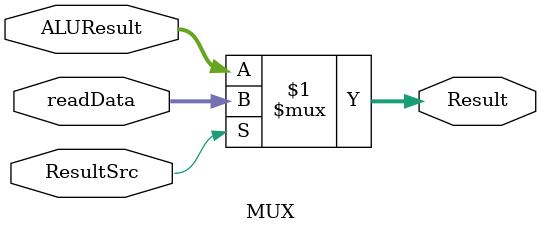
<source format=v>
module MUX(ALUResult, readData, ResultSrc, Result);
    input [31:0]ALUResult, readData;
    input ResultSrc;
    output [31:0]Result;

    assign Result = (ResultSrc) ? readData : ALUResult;
endmodule

</source>
